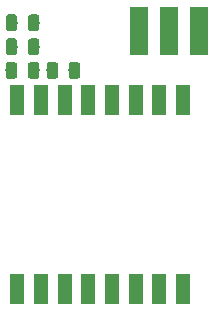
<source format=gtp>
G04 #@! TF.GenerationSoftware,KiCad,Pcbnew,(5.1.4)-1*
G04 #@! TF.CreationDate,2019-10-27T13:18:03+01:00*
G04 #@! TF.ProjectId,project,70726f6a-6563-4742-9e6b-696361645f70,rev?*
G04 #@! TF.SameCoordinates,Original*
G04 #@! TF.FileFunction,Paste,Top*
G04 #@! TF.FilePolarity,Positive*
%FSLAX46Y46*%
G04 Gerber Fmt 4.6, Leading zero omitted, Abs format (unit mm)*
G04 Created by KiCad (PCBNEW (5.1.4)-1) date 2019-10-27 13:18:03*
%MOMM*%
%LPD*%
G04 APERTURE LIST*
%ADD10R,1.200000X2.500000*%
%ADD11C,0.100000*%
%ADD12C,0.975000*%
%ADD13R,1.524000X4.064000*%
G04 APERTURE END LIST*
D10*
X121130300Y-84278200D03*
X123130300Y-84278200D03*
X125130300Y-84278200D03*
X127130300Y-84278200D03*
X129130300Y-84278200D03*
X131130300Y-84278200D03*
X133130300Y-84278200D03*
X135130300Y-84278200D03*
X135130300Y-100278200D03*
X133130300Y-100278200D03*
X131130300Y-100278200D03*
X129130300Y-100278200D03*
X127130300Y-100278200D03*
X125130300Y-100278200D03*
X123130300Y-100278200D03*
X121130300Y-100278200D03*
D11*
G36*
X124346402Y-81091714D02*
G01*
X124370063Y-81095224D01*
X124393267Y-81101036D01*
X124415789Y-81109094D01*
X124437413Y-81119322D01*
X124457930Y-81131619D01*
X124477143Y-81145869D01*
X124494867Y-81161933D01*
X124510931Y-81179657D01*
X124525181Y-81198870D01*
X124537478Y-81219387D01*
X124547706Y-81241011D01*
X124555764Y-81263533D01*
X124561576Y-81286737D01*
X124565086Y-81310398D01*
X124566260Y-81334290D01*
X124566260Y-82246790D01*
X124565086Y-82270682D01*
X124561576Y-82294343D01*
X124555764Y-82317547D01*
X124547706Y-82340069D01*
X124537478Y-82361693D01*
X124525181Y-82382210D01*
X124510931Y-82401423D01*
X124494867Y-82419147D01*
X124477143Y-82435211D01*
X124457930Y-82449461D01*
X124437413Y-82461758D01*
X124415789Y-82471986D01*
X124393267Y-82480044D01*
X124370063Y-82485856D01*
X124346402Y-82489366D01*
X124322510Y-82490540D01*
X123835010Y-82490540D01*
X123811118Y-82489366D01*
X123787457Y-82485856D01*
X123764253Y-82480044D01*
X123741731Y-82471986D01*
X123720107Y-82461758D01*
X123699590Y-82449461D01*
X123680377Y-82435211D01*
X123662653Y-82419147D01*
X123646589Y-82401423D01*
X123632339Y-82382210D01*
X123620042Y-82361693D01*
X123609814Y-82340069D01*
X123601756Y-82317547D01*
X123595944Y-82294343D01*
X123592434Y-82270682D01*
X123591260Y-82246790D01*
X123591260Y-81334290D01*
X123592434Y-81310398D01*
X123595944Y-81286737D01*
X123601756Y-81263533D01*
X123609814Y-81241011D01*
X123620042Y-81219387D01*
X123632339Y-81198870D01*
X123646589Y-81179657D01*
X123662653Y-81161933D01*
X123680377Y-81145869D01*
X123699590Y-81131619D01*
X123720107Y-81119322D01*
X123741731Y-81109094D01*
X123764253Y-81101036D01*
X123787457Y-81095224D01*
X123811118Y-81091714D01*
X123835010Y-81090540D01*
X124322510Y-81090540D01*
X124346402Y-81091714D01*
X124346402Y-81091714D01*
G37*
D12*
X124078760Y-81790540D03*
D11*
G36*
X126221402Y-81091714D02*
G01*
X126245063Y-81095224D01*
X126268267Y-81101036D01*
X126290789Y-81109094D01*
X126312413Y-81119322D01*
X126332930Y-81131619D01*
X126352143Y-81145869D01*
X126369867Y-81161933D01*
X126385931Y-81179657D01*
X126400181Y-81198870D01*
X126412478Y-81219387D01*
X126422706Y-81241011D01*
X126430764Y-81263533D01*
X126436576Y-81286737D01*
X126440086Y-81310398D01*
X126441260Y-81334290D01*
X126441260Y-82246790D01*
X126440086Y-82270682D01*
X126436576Y-82294343D01*
X126430764Y-82317547D01*
X126422706Y-82340069D01*
X126412478Y-82361693D01*
X126400181Y-82382210D01*
X126385931Y-82401423D01*
X126369867Y-82419147D01*
X126352143Y-82435211D01*
X126332930Y-82449461D01*
X126312413Y-82461758D01*
X126290789Y-82471986D01*
X126268267Y-82480044D01*
X126245063Y-82485856D01*
X126221402Y-82489366D01*
X126197510Y-82490540D01*
X125710010Y-82490540D01*
X125686118Y-82489366D01*
X125662457Y-82485856D01*
X125639253Y-82480044D01*
X125616731Y-82471986D01*
X125595107Y-82461758D01*
X125574590Y-82449461D01*
X125555377Y-82435211D01*
X125537653Y-82419147D01*
X125521589Y-82401423D01*
X125507339Y-82382210D01*
X125495042Y-82361693D01*
X125484814Y-82340069D01*
X125476756Y-82317547D01*
X125470944Y-82294343D01*
X125467434Y-82270682D01*
X125466260Y-82246790D01*
X125466260Y-81334290D01*
X125467434Y-81310398D01*
X125470944Y-81286737D01*
X125476756Y-81263533D01*
X125484814Y-81241011D01*
X125495042Y-81219387D01*
X125507339Y-81198870D01*
X125521589Y-81179657D01*
X125537653Y-81161933D01*
X125555377Y-81145869D01*
X125574590Y-81131619D01*
X125595107Y-81119322D01*
X125616731Y-81109094D01*
X125639253Y-81101036D01*
X125662457Y-81095224D01*
X125686118Y-81091714D01*
X125710010Y-81090540D01*
X126197510Y-81090540D01*
X126221402Y-81091714D01*
X126221402Y-81091714D01*
G37*
D12*
X125953760Y-81790540D03*
D11*
G36*
X122761922Y-81091714D02*
G01*
X122785583Y-81095224D01*
X122808787Y-81101036D01*
X122831309Y-81109094D01*
X122852933Y-81119322D01*
X122873450Y-81131619D01*
X122892663Y-81145869D01*
X122910387Y-81161933D01*
X122926451Y-81179657D01*
X122940701Y-81198870D01*
X122952998Y-81219387D01*
X122963226Y-81241011D01*
X122971284Y-81263533D01*
X122977096Y-81286737D01*
X122980606Y-81310398D01*
X122981780Y-81334290D01*
X122981780Y-82246790D01*
X122980606Y-82270682D01*
X122977096Y-82294343D01*
X122971284Y-82317547D01*
X122963226Y-82340069D01*
X122952998Y-82361693D01*
X122940701Y-82382210D01*
X122926451Y-82401423D01*
X122910387Y-82419147D01*
X122892663Y-82435211D01*
X122873450Y-82449461D01*
X122852933Y-82461758D01*
X122831309Y-82471986D01*
X122808787Y-82480044D01*
X122785583Y-82485856D01*
X122761922Y-82489366D01*
X122738030Y-82490540D01*
X122250530Y-82490540D01*
X122226638Y-82489366D01*
X122202977Y-82485856D01*
X122179773Y-82480044D01*
X122157251Y-82471986D01*
X122135627Y-82461758D01*
X122115110Y-82449461D01*
X122095897Y-82435211D01*
X122078173Y-82419147D01*
X122062109Y-82401423D01*
X122047859Y-82382210D01*
X122035562Y-82361693D01*
X122025334Y-82340069D01*
X122017276Y-82317547D01*
X122011464Y-82294343D01*
X122007954Y-82270682D01*
X122006780Y-82246790D01*
X122006780Y-81334290D01*
X122007954Y-81310398D01*
X122011464Y-81286737D01*
X122017276Y-81263533D01*
X122025334Y-81241011D01*
X122035562Y-81219387D01*
X122047859Y-81198870D01*
X122062109Y-81179657D01*
X122078173Y-81161933D01*
X122095897Y-81145869D01*
X122115110Y-81131619D01*
X122135627Y-81119322D01*
X122157251Y-81109094D01*
X122179773Y-81101036D01*
X122202977Y-81095224D01*
X122226638Y-81091714D01*
X122250530Y-81090540D01*
X122738030Y-81090540D01*
X122761922Y-81091714D01*
X122761922Y-81091714D01*
G37*
D12*
X122494280Y-81790540D03*
D11*
G36*
X120886922Y-81091714D02*
G01*
X120910583Y-81095224D01*
X120933787Y-81101036D01*
X120956309Y-81109094D01*
X120977933Y-81119322D01*
X120998450Y-81131619D01*
X121017663Y-81145869D01*
X121035387Y-81161933D01*
X121051451Y-81179657D01*
X121065701Y-81198870D01*
X121077998Y-81219387D01*
X121088226Y-81241011D01*
X121096284Y-81263533D01*
X121102096Y-81286737D01*
X121105606Y-81310398D01*
X121106780Y-81334290D01*
X121106780Y-82246790D01*
X121105606Y-82270682D01*
X121102096Y-82294343D01*
X121096284Y-82317547D01*
X121088226Y-82340069D01*
X121077998Y-82361693D01*
X121065701Y-82382210D01*
X121051451Y-82401423D01*
X121035387Y-82419147D01*
X121017663Y-82435211D01*
X120998450Y-82449461D01*
X120977933Y-82461758D01*
X120956309Y-82471986D01*
X120933787Y-82480044D01*
X120910583Y-82485856D01*
X120886922Y-82489366D01*
X120863030Y-82490540D01*
X120375530Y-82490540D01*
X120351638Y-82489366D01*
X120327977Y-82485856D01*
X120304773Y-82480044D01*
X120282251Y-82471986D01*
X120260627Y-82461758D01*
X120240110Y-82449461D01*
X120220897Y-82435211D01*
X120203173Y-82419147D01*
X120187109Y-82401423D01*
X120172859Y-82382210D01*
X120160562Y-82361693D01*
X120150334Y-82340069D01*
X120142276Y-82317547D01*
X120136464Y-82294343D01*
X120132954Y-82270682D01*
X120131780Y-82246790D01*
X120131780Y-81334290D01*
X120132954Y-81310398D01*
X120136464Y-81286737D01*
X120142276Y-81263533D01*
X120150334Y-81241011D01*
X120160562Y-81219387D01*
X120172859Y-81198870D01*
X120187109Y-81179657D01*
X120203173Y-81161933D01*
X120220897Y-81145869D01*
X120240110Y-81131619D01*
X120260627Y-81119322D01*
X120282251Y-81109094D01*
X120304773Y-81101036D01*
X120327977Y-81095224D01*
X120351638Y-81091714D01*
X120375530Y-81090540D01*
X120863030Y-81090540D01*
X120886922Y-81091714D01*
X120886922Y-81091714D01*
G37*
D12*
X120619280Y-81790540D03*
D11*
G36*
X122774622Y-77053114D02*
G01*
X122798283Y-77056624D01*
X122821487Y-77062436D01*
X122844009Y-77070494D01*
X122865633Y-77080722D01*
X122886150Y-77093019D01*
X122905363Y-77107269D01*
X122923087Y-77123333D01*
X122939151Y-77141057D01*
X122953401Y-77160270D01*
X122965698Y-77180787D01*
X122975926Y-77202411D01*
X122983984Y-77224933D01*
X122989796Y-77248137D01*
X122993306Y-77271798D01*
X122994480Y-77295690D01*
X122994480Y-78208190D01*
X122993306Y-78232082D01*
X122989796Y-78255743D01*
X122983984Y-78278947D01*
X122975926Y-78301469D01*
X122965698Y-78323093D01*
X122953401Y-78343610D01*
X122939151Y-78362823D01*
X122923087Y-78380547D01*
X122905363Y-78396611D01*
X122886150Y-78410861D01*
X122865633Y-78423158D01*
X122844009Y-78433386D01*
X122821487Y-78441444D01*
X122798283Y-78447256D01*
X122774622Y-78450766D01*
X122750730Y-78451940D01*
X122263230Y-78451940D01*
X122239338Y-78450766D01*
X122215677Y-78447256D01*
X122192473Y-78441444D01*
X122169951Y-78433386D01*
X122148327Y-78423158D01*
X122127810Y-78410861D01*
X122108597Y-78396611D01*
X122090873Y-78380547D01*
X122074809Y-78362823D01*
X122060559Y-78343610D01*
X122048262Y-78323093D01*
X122038034Y-78301469D01*
X122029976Y-78278947D01*
X122024164Y-78255743D01*
X122020654Y-78232082D01*
X122019480Y-78208190D01*
X122019480Y-77295690D01*
X122020654Y-77271798D01*
X122024164Y-77248137D01*
X122029976Y-77224933D01*
X122038034Y-77202411D01*
X122048262Y-77180787D01*
X122060559Y-77160270D01*
X122074809Y-77141057D01*
X122090873Y-77123333D01*
X122108597Y-77107269D01*
X122127810Y-77093019D01*
X122148327Y-77080722D01*
X122169951Y-77070494D01*
X122192473Y-77062436D01*
X122215677Y-77056624D01*
X122239338Y-77053114D01*
X122263230Y-77051940D01*
X122750730Y-77051940D01*
X122774622Y-77053114D01*
X122774622Y-77053114D01*
G37*
D12*
X122506980Y-77751940D03*
D11*
G36*
X120899622Y-77053114D02*
G01*
X120923283Y-77056624D01*
X120946487Y-77062436D01*
X120969009Y-77070494D01*
X120990633Y-77080722D01*
X121011150Y-77093019D01*
X121030363Y-77107269D01*
X121048087Y-77123333D01*
X121064151Y-77141057D01*
X121078401Y-77160270D01*
X121090698Y-77180787D01*
X121100926Y-77202411D01*
X121108984Y-77224933D01*
X121114796Y-77248137D01*
X121118306Y-77271798D01*
X121119480Y-77295690D01*
X121119480Y-78208190D01*
X121118306Y-78232082D01*
X121114796Y-78255743D01*
X121108984Y-78278947D01*
X121100926Y-78301469D01*
X121090698Y-78323093D01*
X121078401Y-78343610D01*
X121064151Y-78362823D01*
X121048087Y-78380547D01*
X121030363Y-78396611D01*
X121011150Y-78410861D01*
X120990633Y-78423158D01*
X120969009Y-78433386D01*
X120946487Y-78441444D01*
X120923283Y-78447256D01*
X120899622Y-78450766D01*
X120875730Y-78451940D01*
X120388230Y-78451940D01*
X120364338Y-78450766D01*
X120340677Y-78447256D01*
X120317473Y-78441444D01*
X120294951Y-78433386D01*
X120273327Y-78423158D01*
X120252810Y-78410861D01*
X120233597Y-78396611D01*
X120215873Y-78380547D01*
X120199809Y-78362823D01*
X120185559Y-78343610D01*
X120173262Y-78323093D01*
X120163034Y-78301469D01*
X120154976Y-78278947D01*
X120149164Y-78255743D01*
X120145654Y-78232082D01*
X120144480Y-78208190D01*
X120144480Y-77295690D01*
X120145654Y-77271798D01*
X120149164Y-77248137D01*
X120154976Y-77224933D01*
X120163034Y-77202411D01*
X120173262Y-77180787D01*
X120185559Y-77160270D01*
X120199809Y-77141057D01*
X120215873Y-77123333D01*
X120233597Y-77107269D01*
X120252810Y-77093019D01*
X120273327Y-77080722D01*
X120294951Y-77070494D01*
X120317473Y-77062436D01*
X120340677Y-77056624D01*
X120364338Y-77053114D01*
X120388230Y-77051940D01*
X120875730Y-77051940D01*
X120899622Y-77053114D01*
X120899622Y-77053114D01*
G37*
D12*
X120631980Y-77751940D03*
D11*
G36*
X120899622Y-79082574D02*
G01*
X120923283Y-79086084D01*
X120946487Y-79091896D01*
X120969009Y-79099954D01*
X120990633Y-79110182D01*
X121011150Y-79122479D01*
X121030363Y-79136729D01*
X121048087Y-79152793D01*
X121064151Y-79170517D01*
X121078401Y-79189730D01*
X121090698Y-79210247D01*
X121100926Y-79231871D01*
X121108984Y-79254393D01*
X121114796Y-79277597D01*
X121118306Y-79301258D01*
X121119480Y-79325150D01*
X121119480Y-80237650D01*
X121118306Y-80261542D01*
X121114796Y-80285203D01*
X121108984Y-80308407D01*
X121100926Y-80330929D01*
X121090698Y-80352553D01*
X121078401Y-80373070D01*
X121064151Y-80392283D01*
X121048087Y-80410007D01*
X121030363Y-80426071D01*
X121011150Y-80440321D01*
X120990633Y-80452618D01*
X120969009Y-80462846D01*
X120946487Y-80470904D01*
X120923283Y-80476716D01*
X120899622Y-80480226D01*
X120875730Y-80481400D01*
X120388230Y-80481400D01*
X120364338Y-80480226D01*
X120340677Y-80476716D01*
X120317473Y-80470904D01*
X120294951Y-80462846D01*
X120273327Y-80452618D01*
X120252810Y-80440321D01*
X120233597Y-80426071D01*
X120215873Y-80410007D01*
X120199809Y-80392283D01*
X120185559Y-80373070D01*
X120173262Y-80352553D01*
X120163034Y-80330929D01*
X120154976Y-80308407D01*
X120149164Y-80285203D01*
X120145654Y-80261542D01*
X120144480Y-80237650D01*
X120144480Y-79325150D01*
X120145654Y-79301258D01*
X120149164Y-79277597D01*
X120154976Y-79254393D01*
X120163034Y-79231871D01*
X120173262Y-79210247D01*
X120185559Y-79189730D01*
X120199809Y-79170517D01*
X120215873Y-79152793D01*
X120233597Y-79136729D01*
X120252810Y-79122479D01*
X120273327Y-79110182D01*
X120294951Y-79099954D01*
X120317473Y-79091896D01*
X120340677Y-79086084D01*
X120364338Y-79082574D01*
X120388230Y-79081400D01*
X120875730Y-79081400D01*
X120899622Y-79082574D01*
X120899622Y-79082574D01*
G37*
D12*
X120631980Y-79781400D03*
D11*
G36*
X122774622Y-79082574D02*
G01*
X122798283Y-79086084D01*
X122821487Y-79091896D01*
X122844009Y-79099954D01*
X122865633Y-79110182D01*
X122886150Y-79122479D01*
X122905363Y-79136729D01*
X122923087Y-79152793D01*
X122939151Y-79170517D01*
X122953401Y-79189730D01*
X122965698Y-79210247D01*
X122975926Y-79231871D01*
X122983984Y-79254393D01*
X122989796Y-79277597D01*
X122993306Y-79301258D01*
X122994480Y-79325150D01*
X122994480Y-80237650D01*
X122993306Y-80261542D01*
X122989796Y-80285203D01*
X122983984Y-80308407D01*
X122975926Y-80330929D01*
X122965698Y-80352553D01*
X122953401Y-80373070D01*
X122939151Y-80392283D01*
X122923087Y-80410007D01*
X122905363Y-80426071D01*
X122886150Y-80440321D01*
X122865633Y-80452618D01*
X122844009Y-80462846D01*
X122821487Y-80470904D01*
X122798283Y-80476716D01*
X122774622Y-80480226D01*
X122750730Y-80481400D01*
X122263230Y-80481400D01*
X122239338Y-80480226D01*
X122215677Y-80476716D01*
X122192473Y-80470904D01*
X122169951Y-80462846D01*
X122148327Y-80452618D01*
X122127810Y-80440321D01*
X122108597Y-80426071D01*
X122090873Y-80410007D01*
X122074809Y-80392283D01*
X122060559Y-80373070D01*
X122048262Y-80352553D01*
X122038034Y-80330929D01*
X122029976Y-80308407D01*
X122024164Y-80285203D01*
X122020654Y-80261542D01*
X122019480Y-80237650D01*
X122019480Y-79325150D01*
X122020654Y-79301258D01*
X122024164Y-79277597D01*
X122029976Y-79254393D01*
X122038034Y-79231871D01*
X122048262Y-79210247D01*
X122060559Y-79189730D01*
X122074809Y-79170517D01*
X122090873Y-79152793D01*
X122108597Y-79136729D01*
X122127810Y-79122479D01*
X122148327Y-79110182D01*
X122169951Y-79099954D01*
X122192473Y-79091896D01*
X122215677Y-79086084D01*
X122239338Y-79082574D01*
X122263230Y-79081400D01*
X122750730Y-79081400D01*
X122774622Y-79082574D01*
X122774622Y-79082574D01*
G37*
D12*
X122506980Y-79781400D03*
D13*
X133962140Y-78427580D03*
X136502140Y-78427580D03*
X131422140Y-78427580D03*
M02*

</source>
